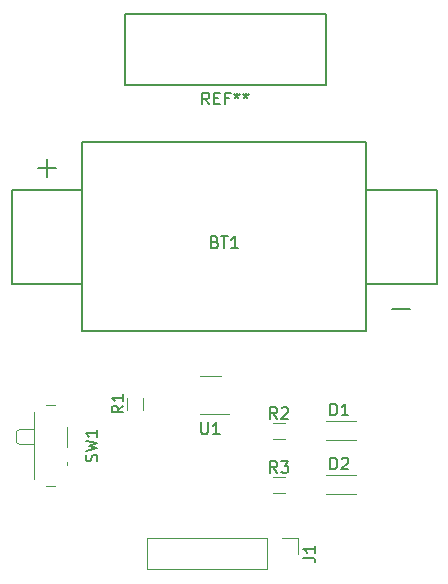
<source format=gbr>
G04 #@! TF.FileFunction,Legend,Top*
%FSLAX46Y46*%
G04 Gerber Fmt 4.6, Leading zero omitted, Abs format (unit mm)*
G04 Created by KiCad (PCBNEW 4.0.7) date Thu May 24 21:41:31 2018*
%MOMM*%
%LPD*%
G01*
G04 APERTURE LIST*
%ADD10C,0.100000*%
%ADD11C,0.150000*%
%ADD12C,0.120000*%
G04 APERTURE END LIST*
D10*
D11*
X136501100Y-101003600D02*
X130501100Y-101003600D01*
X130501100Y-101003600D02*
X130501100Y-109003600D01*
X130501100Y-109003600D02*
X136501100Y-109003600D01*
X160501100Y-101003600D02*
X166501100Y-101003600D01*
X166501100Y-101003600D02*
X166501100Y-109003600D01*
X166501100Y-109003600D02*
X160501100Y-109003600D01*
X136501100Y-113003600D02*
X160501100Y-113003600D01*
X136501100Y-113003600D02*
X136501100Y-97003600D01*
X136501100Y-97003600D02*
X160501100Y-97003600D01*
X160501100Y-113003600D02*
X160501100Y-97003600D01*
D12*
X157092000Y-122162000D02*
X159642000Y-122162000D01*
X159642000Y-120612000D02*
X157092000Y-120612000D01*
X157092000Y-126734000D02*
X159642000Y-126734000D01*
X159642000Y-125184000D02*
X157092000Y-125184000D01*
X141926000Y-130496000D02*
X141926000Y-133156000D01*
X152146000Y-130496000D02*
X141926000Y-130496000D01*
X152146000Y-133156000D02*
X141926000Y-133156000D01*
X152146000Y-130496000D02*
X152146000Y-133156000D01*
X153416000Y-130496000D02*
X154746000Y-130496000D01*
X154746000Y-130496000D02*
X154746000Y-131826000D01*
X141650000Y-118626000D02*
X141650000Y-119626000D01*
X140290000Y-119626000D02*
X140290000Y-118626000D01*
X153662000Y-122092000D02*
X152662000Y-122092000D01*
X152662000Y-120732000D02*
X153662000Y-120732000D01*
X153662000Y-126664000D02*
X152662000Y-126664000D01*
X152662000Y-125304000D02*
X153662000Y-125304000D01*
X135232000Y-124082000D02*
X135232000Y-124282000D01*
X131092000Y-121282000D02*
X130882000Y-121482000D01*
X131092000Y-122582000D02*
X130882000Y-122382000D01*
X132382000Y-121282000D02*
X131092000Y-121282000D01*
X130882000Y-121482000D02*
X130882000Y-122382000D01*
X131092000Y-122582000D02*
X132382000Y-122582000D01*
X132382000Y-119832000D02*
X132382000Y-125532000D01*
X135232000Y-121082000D02*
X135232000Y-122782000D01*
X134182000Y-119232000D02*
X133392000Y-119232000D01*
X133392000Y-126132000D02*
X134182000Y-126132000D01*
X148220000Y-116754000D02*
X146420000Y-116754000D01*
X146420000Y-119974000D02*
X148870000Y-119974000D01*
D11*
X157090000Y-92154000D02*
X140090000Y-92154000D01*
X140090000Y-92154000D02*
X140090000Y-86154000D01*
X157090000Y-86154000D02*
X140090000Y-86154000D01*
X157090000Y-92154000D02*
X157090000Y-86154000D01*
X147715386Y-105432171D02*
X147858243Y-105479790D01*
X147905862Y-105527410D01*
X147953481Y-105622648D01*
X147953481Y-105765505D01*
X147905862Y-105860743D01*
X147858243Y-105908362D01*
X147763005Y-105955981D01*
X147382052Y-105955981D01*
X147382052Y-104955981D01*
X147715386Y-104955981D01*
X147810624Y-105003600D01*
X147858243Y-105051219D01*
X147905862Y-105146457D01*
X147905862Y-105241695D01*
X147858243Y-105336933D01*
X147810624Y-105384552D01*
X147715386Y-105432171D01*
X147382052Y-105432171D01*
X148239195Y-104955981D02*
X148810624Y-104955981D01*
X148524909Y-105955981D02*
X148524909Y-104955981D01*
X149667767Y-105955981D02*
X149096338Y-105955981D01*
X149382052Y-105955981D02*
X149382052Y-104955981D01*
X149286814Y-105098838D01*
X149191576Y-105194076D01*
X149096338Y-105241695D01*
X162739195Y-111146457D02*
X164263005Y-111146457D01*
X132739195Y-99146457D02*
X134263005Y-99146457D01*
X133501100Y-99908362D02*
X133501100Y-98384552D01*
X157503905Y-120114381D02*
X157503905Y-119114381D01*
X157742000Y-119114381D01*
X157884858Y-119162000D01*
X157980096Y-119257238D01*
X158027715Y-119352476D01*
X158075334Y-119542952D01*
X158075334Y-119685810D01*
X158027715Y-119876286D01*
X157980096Y-119971524D01*
X157884858Y-120066762D01*
X157742000Y-120114381D01*
X157503905Y-120114381D01*
X159027715Y-120114381D02*
X158456286Y-120114381D01*
X158742000Y-120114381D02*
X158742000Y-119114381D01*
X158646762Y-119257238D01*
X158551524Y-119352476D01*
X158456286Y-119400095D01*
X157503905Y-124686381D02*
X157503905Y-123686381D01*
X157742000Y-123686381D01*
X157884858Y-123734000D01*
X157980096Y-123829238D01*
X158027715Y-123924476D01*
X158075334Y-124114952D01*
X158075334Y-124257810D01*
X158027715Y-124448286D01*
X157980096Y-124543524D01*
X157884858Y-124638762D01*
X157742000Y-124686381D01*
X157503905Y-124686381D01*
X158456286Y-123781619D02*
X158503905Y-123734000D01*
X158599143Y-123686381D01*
X158837239Y-123686381D01*
X158932477Y-123734000D01*
X158980096Y-123781619D01*
X159027715Y-123876857D01*
X159027715Y-123972095D01*
X158980096Y-124114952D01*
X158408667Y-124686381D01*
X159027715Y-124686381D01*
X155198381Y-132159333D02*
X155912667Y-132159333D01*
X156055524Y-132206953D01*
X156150762Y-132302191D01*
X156198381Y-132445048D01*
X156198381Y-132540286D01*
X156198381Y-131159333D02*
X156198381Y-131730762D01*
X156198381Y-131445048D02*
X155198381Y-131445048D01*
X155341238Y-131540286D01*
X155436476Y-131635524D01*
X155484095Y-131730762D01*
X139972381Y-119292666D02*
X139496190Y-119626000D01*
X139972381Y-119864095D02*
X138972381Y-119864095D01*
X138972381Y-119483142D01*
X139020000Y-119387904D01*
X139067619Y-119340285D01*
X139162857Y-119292666D01*
X139305714Y-119292666D01*
X139400952Y-119340285D01*
X139448571Y-119387904D01*
X139496190Y-119483142D01*
X139496190Y-119864095D01*
X139972381Y-118340285D02*
X139972381Y-118911714D01*
X139972381Y-118626000D02*
X138972381Y-118626000D01*
X139115238Y-118721238D01*
X139210476Y-118816476D01*
X139258095Y-118911714D01*
X152995334Y-120414381D02*
X152662000Y-119938190D01*
X152423905Y-120414381D02*
X152423905Y-119414381D01*
X152804858Y-119414381D01*
X152900096Y-119462000D01*
X152947715Y-119509619D01*
X152995334Y-119604857D01*
X152995334Y-119747714D01*
X152947715Y-119842952D01*
X152900096Y-119890571D01*
X152804858Y-119938190D01*
X152423905Y-119938190D01*
X153376286Y-119509619D02*
X153423905Y-119462000D01*
X153519143Y-119414381D01*
X153757239Y-119414381D01*
X153852477Y-119462000D01*
X153900096Y-119509619D01*
X153947715Y-119604857D01*
X153947715Y-119700095D01*
X153900096Y-119842952D01*
X153328667Y-120414381D01*
X153947715Y-120414381D01*
X152995334Y-124986381D02*
X152662000Y-124510190D01*
X152423905Y-124986381D02*
X152423905Y-123986381D01*
X152804858Y-123986381D01*
X152900096Y-124034000D01*
X152947715Y-124081619D01*
X152995334Y-124176857D01*
X152995334Y-124319714D01*
X152947715Y-124414952D01*
X152900096Y-124462571D01*
X152804858Y-124510190D01*
X152423905Y-124510190D01*
X153328667Y-123986381D02*
X153947715Y-123986381D01*
X153614381Y-124367333D01*
X153757239Y-124367333D01*
X153852477Y-124414952D01*
X153900096Y-124462571D01*
X153947715Y-124557810D01*
X153947715Y-124795905D01*
X153900096Y-124891143D01*
X153852477Y-124938762D01*
X153757239Y-124986381D01*
X153471524Y-124986381D01*
X153376286Y-124938762D01*
X153328667Y-124891143D01*
X137716762Y-124015333D02*
X137764381Y-123872476D01*
X137764381Y-123634380D01*
X137716762Y-123539142D01*
X137669143Y-123491523D01*
X137573905Y-123443904D01*
X137478667Y-123443904D01*
X137383429Y-123491523D01*
X137335810Y-123539142D01*
X137288190Y-123634380D01*
X137240571Y-123824857D01*
X137192952Y-123920095D01*
X137145333Y-123967714D01*
X137050095Y-124015333D01*
X136954857Y-124015333D01*
X136859619Y-123967714D01*
X136812000Y-123920095D01*
X136764381Y-123824857D01*
X136764381Y-123586761D01*
X136812000Y-123443904D01*
X136764381Y-123110571D02*
X137764381Y-122872476D01*
X137050095Y-122681999D01*
X137764381Y-122491523D01*
X136764381Y-122253428D01*
X137764381Y-121348666D02*
X137764381Y-121920095D01*
X137764381Y-121634381D02*
X136764381Y-121634381D01*
X136907238Y-121729619D01*
X137002476Y-121824857D01*
X137050095Y-121920095D01*
X146558095Y-120716381D02*
X146558095Y-121525905D01*
X146605714Y-121621143D01*
X146653333Y-121668762D01*
X146748571Y-121716381D01*
X146939048Y-121716381D01*
X147034286Y-121668762D01*
X147081905Y-121621143D01*
X147129524Y-121525905D01*
X147129524Y-120716381D01*
X148129524Y-121716381D02*
X147558095Y-121716381D01*
X147843809Y-121716381D02*
X147843809Y-120716381D01*
X147748571Y-120859238D01*
X147653333Y-120954476D01*
X147558095Y-121002095D01*
X147231267Y-93797381D02*
X146897933Y-93321190D01*
X146659838Y-93797381D02*
X146659838Y-92797381D01*
X147040791Y-92797381D01*
X147136029Y-92845000D01*
X147183648Y-92892619D01*
X147231267Y-92987857D01*
X147231267Y-93130714D01*
X147183648Y-93225952D01*
X147136029Y-93273571D01*
X147040791Y-93321190D01*
X146659838Y-93321190D01*
X147659838Y-93273571D02*
X147993172Y-93273571D01*
X148136029Y-93797381D02*
X147659838Y-93797381D01*
X147659838Y-92797381D01*
X148136029Y-92797381D01*
X148897934Y-93273571D02*
X148564600Y-93273571D01*
X148564600Y-93797381D02*
X148564600Y-92797381D01*
X149040791Y-92797381D01*
X149564600Y-92797381D02*
X149564600Y-93035476D01*
X149326505Y-92940238D02*
X149564600Y-93035476D01*
X149802696Y-92940238D01*
X149421743Y-93225952D02*
X149564600Y-93035476D01*
X149707458Y-93225952D01*
X150326505Y-92797381D02*
X150326505Y-93035476D01*
X150088410Y-92940238D02*
X150326505Y-93035476D01*
X150564601Y-92940238D01*
X150183648Y-93225952D02*
X150326505Y-93035476D01*
X150469363Y-93225952D01*
M02*

</source>
